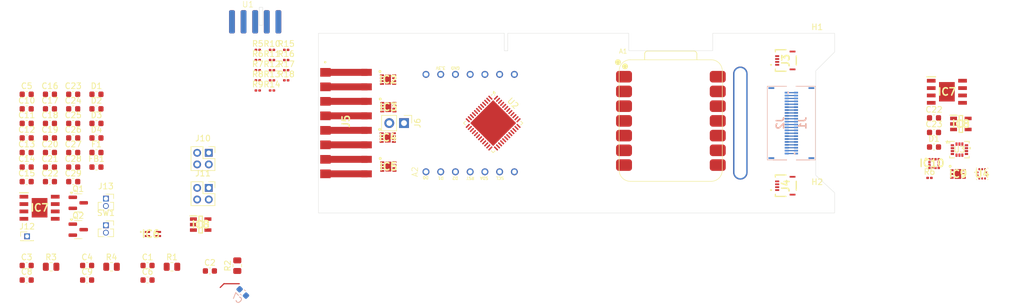
<source format=kicad_pcb>
(kicad_pcb (version 20240108) (generator "pcbnew") (generator_version "8.0")
  (layers (0 "F.Cu" signal) (1 "In1.Cu" power "Ground.Cu") (2 "In2.Cu" power "Power.Cu") (31 "B.Cu" signal) (34 "B.Paste" user) (35 "F.Paste" user) (36 "B.SilkS" user "B.Silkscreen") (37 "F.SilkS" user "F.Silkscreen") (38 "B.Mask" user) (39 "F.Mask" user) (44 "Edge.Cuts" user))
  (net 0 "")
  (net 1 "MODE_SEL_SWITCH")
  (net 2 "MODE_SEL_DIAL2")
  (net 3 "Net-(A1-D6{slash}TX)")
  (net 5 "ESP32_DEBUG_LED1")
  (net 6 "GROVE_RST")
  (net 7 "Net-(A1-D7{slash}RX{slash}SS)")
  (net 8 "STM32_NRST")
  (net 9 "MODE_SEL_DIAL1")
  (net 10 "/HSE_IN")
  (net 12 "Net-(C26-Pad2)")
  (net 13 "Net-(J1-Pad17)")
  (net 14 "Net-(J1-Pad13)")
  (net 15 "Net-(J1-Pad12)")
  (net 16 "Net-(J1-Pad19)")
  (net 17 "Net-(J1-Pad2)")
  (net 18 "Net-(J1-Pad15)")
  (net 19 "Net-(J1-Pad3)")
  (net 20 "Net-(J1-Pad10)")
  (net 21 "Net-(J1-Pad7)")
  (net 22 "Net-(J1-Pad8)")
  (net 23 "Net-(J1-Pad21)")
  (net 24 "Net-(J1-Pad11)")
  (net 25 "Net-(J1-Pad6)")
  (net 26 "Net-(J1-Pad1)")
  (net 27 "Net-(J1-Pad22)")
  (net 28 "Net-(J1-Pad9)")
  (net 29 "Net-(J1-Pad5)")
  (net 30 "Net-(J1-Pad14)")
  (net 31 "GND")
  (net 32 "Net-(J1-Pad18)")
  (net 33 "Net-(J1-Pad20)")
  (net 34 "Net-(J1-Pad16)")
  (net 35 "Net-(J1-Pad4)")
  (net 37 "Net-(IC7-OUT_1)")
  (net 39 "Net-(IC9-CP+)")
  (net 40 "+5V")
  (net 41 "Net-(IC9-CP-)")
  (net 43 "Net-(IC10-SDA{slash}SDI{slash}SDO)")
  (net 44 "Net-(IC10-SCL{slash}SPC)")
  (net 47 "Net-(IC10-C1)")
  (net 51 "+3.3V")
  (net 52 "LIGHT")
  (net 53 "XSHUT")
  (net 54 "GPIO1")
  (net 55 "+BATT")
  (net 56 "/Motor driver0/OUT1")
  (net 57 "/Motor driver0/OUT2")
  (net 58 "/Motor driver1/OUT2")
  (net 59 "/Motor driver1/OUT1")
  (net 60 "/Motor driver2/OUT1")
  (net 61 "/Motor driver2/OUT2")
  (net 62 "/Motor driver3/OUT2")
  (net 63 "/Motor driver3/OUT1")
  (net 65 "Net-(S1-ChannelB)")
  (net 66 "IMU_INT")
  (net 67 "+1V8")
  (net 68 "Net-(IC1-REGOUT)")
  (net 70 "JTRST")
  (net 71 "RX")
  (net 72 "JTDI")
  (net 73 "JTDO")
  (net 74 "JTCK")
  (net 75 "JTMS")
  (net 76 "TX")
  (net 78 "SCL4")
  (net 79 "SDA4")
  (net 80 "SDA2")
  (net 81 "SCL2")
  (net 82 "MOTOR0_GAINSEL")
  (net 83 "MOTOR0_PWM")
  (net 84 "MOTOR0_IN")
  (net 85 "MOTOR0_IPROPI")
  (net 86 "MOTOR1_IPROPI")
  (net 87 "MOTOR1_GAINSEL")
  (net 88 "MOTOR1_PWM")
  (net 89 "MOTOR2_PWM")
  (net 90 "MOTOR2_IPROPI")
  (net 91 "MOTOR2_IN")
  (net 92 "MOTOR2_GAINSEL")
  (net 93 "MOTOR3_PWM")
  (net 94 "MOTOR3_IN")
  (net 95 "MOTOR3_GAINSEL")
  (net 96 "MOTOR3_IPROPI")
  (net 97 "Net-(S1-ChannelA)")
  (net 98 "Net-(D1-K)")
  (net 99 "Net-(D2-A)")
  (net 100 "Net-(D3-A)")
  (net 102 "Net-(D4-A)")
  (net 103 "/BOOT0_STM")
  (net 104 "Net-(J6-Pin_1)")
  (net 105 "GROVE_DEBUG_LED1")
  (net 106 "OPT_FLOW_TX")
  (net 107 "OPT_FLOW_RX")
  (net 108 "/UNUSED ADC")
  (net 109 "Net-(J13-Pin_2)")
  (net 110 "+3.3VA")
  (net 111 "Net-(SW1-B)")
  (net 112 "STM32_DEBUG_LED1")
  (net 113 "/BATT_ADC")
  (net 114 "MOTOR1_IN")
  (net 115 "/HSE_OUT")
  (net 116 "INV_POWER_SHUTOFF")
  (net 117 "FAN")
  (net 118 "BATT_TEMP")
  (net 119 "LIGHT_COMMS")
  (footprint "Capacitor_SMD:C_0603_1608Metric" (layer "F.Cu") (at 202.145 94.605)
    (property "Reference" "C22")
    (property "Value" "10μF")
  )
  (footprint "Capacitor_SMD:C_0603_1608Metric" (layer "F.Cu") (at 57.715 103.085)
    (property "Reference" "FB1")
    (property "Value" "FerriteBead")
  )
  (footprint "Capacitor_SMD:C_0603_1608Metric" (layer "F.Cu") (at 45.685 98.065)
    (property "Reference" "C12")
    (property "Value" "0.1μF")
  )
  (footprint "MountingHole:MountingHole_2.2mm_M2" (layer "F.Cu") (at 182 82.142)
    (property "Reference" "H1")
    (property "Value" "MountingHole")
  )
  (footprint "Capacitor_SMD:C_0603_1608Metric" (layer "F.Cu") (at 53.705 100.575)
    (property "Reference" "C27")
    (property "Value" "0.1μF")
  )
  (footprint "Resistor_SMD:R_0201_0603Metric" (layer "F.Cu") (at 87.985 86.375)
    (property "Reference" "R12")
    (property "Value" "10k")
  )
  (footprint "SamacSys_Parts:LGA-14L_2P5X3X0P86_STM" (layer "F.Cu") (at 206.5296 100.0756)
    (property "Reference" "U3")
    (property "Value" "LSM6DSOTR: Acc+Gyro+Temp")
  )
  (footprint "Resistor_SMD:R_0805_2012Metric" (layer "F.Cu") (at 82 120.0875 90)
    (property "Reference" "R2")
    (property "Value" "8.45k")
  )
  (footprint "Capacitor_SMD:C_0603_1608Metric" (layer "F.Cu") (at 45.685 95.555)
    (property "Reference" "C11")
    (property "Value" "2.2μF")
  )
  (footprint "Capacitor_SMD:C_0603_1608Metric" (layer "F.Cu") (at 56.105 122.565)
    (property "Reference" "C9")
    (property "Value" "47μF")
  )
  (footprint "SamacSys_Parts:SOIC127P600X150-9N" (layer "F.Cu") (at 47.905 110.1)
    (property "Reference" "IC7")
    (property "Value" "AP7362-33SP-13" (hide yes))
  )
  (footprint "SamacSys_Parts:SOT95P280X145-5N" (layer "F.Cu") (at 75.685 113)
    (property "Reference" "IC8")
    (property "Value" "TPS76918DBVR" (hide yes))
  )
  (footprint "MountingEquipment:slot" (layer "F.Cu") (at 168.75 95.5)
    (property "Reference" "H3" (hide yes))
    (property "Value" "22pin->15pin Adapter Slot")
  )
  (footprint "Capacitor_SMD:C_0603_1608Metric" (layer "F.Cu") (at 57.715 95.555)
    (property "Reference" "D3")
    (property "Value" "LED")
  )
  (footprint "SamacSys_Parts:VEML6040A3OG" (layer "F.Cu") (at 68.36 114.625)
    (property "Reference" "IC6")
    (property "Value" "VEML6040A3OG" (hide yes))
  )
  (footprint "SamacSys_Parts:009276008021106" (layer "F.Cu") (at 100.75 95.5 -90)
    (property "Reference" "J5")
    (property "Value" "Push-in Terminals" (hide yes))
  )
  (footprint "Capacitor_SMD:C_0603_1608Metric" (layer "F.Cu") (at 53.705 98.065)
    (property "Reference" "C26")
    (property "Value" "??μF")
  )
  (footprint "SamacSys_Parts:SOIC127P600X150-9N" (layer "F.Cu") (at 204.365 90.1)
    (property "Reference" "IC7")
    (property "Value" "AP7362-33SP-13: Batt->3.3V" (hide yes))
  )
  (footprint "Resistor_SMD:R_0201_0603Metric" (layer "F.Cu") (at 201.365 104.955)
    (property "Reference" "R6")
    (property "Value" "R")
  )
  (footprint "Resistor_SMD:R_0201_0603Metric" (layer "F.Cu") (at 85.535 89.875)
    (property "Reference" "R9")
    (property "Value" "R")
  )
  (footprint "Resistor_SMD:R_0201_0603Metric" (layer "F.Cu") (at 87.985 84.625)
    (property "Reference" "R11")
    (property "Value" "R")
  )
  (footprint "Connector_PinSocket_2.00mm:PinSocket_2x02_P2.00mm_Vertical" (layer "F.Cu") (at 77.085 106.675)
    (property "Reference" "J11")
    (property "Value" "LCD Screen")
  )
  (footprint "Capacitor_SMD:C_0603_1608Metric" (layer "F.Cu") (at 45.685 90.535)
    (property "Reference" "C5")
    (property "Value" "0.1μF")
  )
  (footprint "Resistor_SMD:R_0201_0603Metric" (layer "F.Cu") (at 90.435 88.125)
    (property "Reference" "R18")
    (property "Value" "???")
  )
  (footprint "SamacSys_Parts:SON50P200X200X80-9N" (layer "F.Cu") (at 108.05 103)
    (property "Reference" "IC5")
    (property "Value" "DRV8213DSGR" (hide yes))
  )
  (footprint "Resistor_SMD:R_0201_0603Metric" (layer "F.Cu") (at 87.985 88.125)
    (property "Reference" "R13")
    (property "Value" "20k")
  )
  (footprint "Capacitor_SMD:C_0603_1608Metric" (layer "F.Cu") (at 49.695 95.555)
    (property "Reference" "C18")
    (property "Value" "1μF")
  )
  (footprint "Capacitor_SMD:C_0603_1608Metric" (layer "F.Cu") (at 45.685 122.565)
    (property "Reference" "C8")
    (property "Value" "47μF")
  )
  (footprint "Resistor_SMD:R_0201_0603Metric" (layer "F.Cu") (at 85.535 82.875)
    (property "Reference" "R5")
    (property "Value" "10k")
  )
  (footprint "Capacitor_SMD:C_0603_1608Metric" (layer "F.Cu") (at 45.685 105.595)
    (property "Reference" "C15")
    (property "Value" "0.1μF")
  )
  (footprint "Capacitor_SMD:C_0603_1608Metric" (layer "F.Cu") (at 57.715 90.535)
    (property "Reference" "D1")
    (property "Value" "LED")
  )
  (footprint "Capacitor_SMD:C_0603_1608Metric" (layer "F.Cu") (at 202.145 97.115)
    (property "Reference" "C23")
    (property "Value" "10μF")
  )
  (footprint "Capacitor_SMD:C_0603_1608Metric" (layer "F.Cu") (at 66.525 120.055)
    (property "Reference" "C1")
    (property "Value" "0.1μF")
  )
  (footprint "SamacSys_Parts:SON50P200X200X80-9N" (layer "F.Cu") (at 108 88)
    (property "Reference" "IC2")
    (property "Value" "DRV8213DSGR" (hide yes))
  )
  (footprint "Connector_PinHeader_1.27mm:PinHeader_1x01_P1.27mm_Vertical" (layer "F.Cu") (at 45.755 115.025)
    (property "Reference" "J12")
    (property "Value" "Conn_01x01")
  )
  (footprint "Capacitor_SMD:C_0603_1608Metric" (layer "F.Cu") (at 49.695 100.575)
    (property "Reference" "C20")
    (property "Value" "1μF")
  )
  (footprint "Capacitor_SMD:C_0603_1608Metric" (layer "F.Cu") (at 53.705 95.555)
    (property "Reference" "C25")
    (property "Value" "1μF")
  )
  (footprint "Connector_PinHeader_2.54mm:PinHeader_1x02_P2.54mm_Vertical" (layer "F.Cu") (at 110.75 95.5 -90)
    (property "Reference" "J6")
    (property "Value" "LiHV (3.8V)")
  )
  (footprint "Resistor_SMD:R_0201_0603Metric" (layer "F.Cu") (at 87.985 89.875)
    (property "Reference" "R14")
    (property "Value" "10k")
  )
  (footprint "Connector_PinSocket_1.27mm:PinSocket_1x02_P1.27mm_Vertical" (layer "F.Cu") (at 59.345 108.525)
    (property "Reference" "J13")
    (property "Value" "Fan")
  )
  (footprint "SamacSys_Parts:LPS22HHTR" (layer "F.Cu") (at 210.45 104.25)
    (property "Reference" "U4")
    (property "Value" "ILPS22QS: Air Pressure+Temp" (hide yes))
  )
  (footprint "Resistor_SMD:R_0805_2012Metric" (layer "F.Cu") (at 70.735 120.275)
    (property "Reference" "R1")
    (property "Value" "8.45k")
  )
  (footprint "Resistor_SMD:R_0201_0603Metric" (layer "F.Cu") (at 85.535 86.375)
    (property "Reference" "R7")
    (property "Value" "2.2k")
  )
  (footprint "Capacitor_SMD:C_0603_1608Metric" (layer "F.Cu") (at 49.695 98.065)
    (property "Reference" "C19")
    (property "Value" "10nF")
  )
  (footprint "Capacitor_SMD:C_0603_1608Metric" (layer "F.Cu") (at 49.695 103.085)
    (property "Reference" "C21")
    (property "Value" "0.1μF")
  )
  (footprint "Capacitor_SMD:C_0603_1608Metric" (layer "F.Cu") (at 66.525 122.565)
    (property "Reference" "C6")
    (property "Value" "47μF")
  )
  (footprint "SamacSys_Parts:SON50P200X200X80-9N" (layer "F.Cu") (at 108.05 92.75)
    (property "Reference" "IC3")
    (property "Value" "DRV8213DSGR" (hide yes))
  )
  (footprint "Resistor_SMD:R_0805_2012Metric" (layer "F.Cu") (at 60.315 120.275)
    (property "Reference" "R4")
    (property "Value" "8.45k")
  )
  (footprint "Capacitor_SMD:C_0603_1608Metric" (layer "F.Cu") (at 45.685 93.045)
    (property "Reference" "C10")
    (property "Value" "1μF")
  )
  (footprint "Capacitor_SMD:C_0603_1608Metric" (layer "F.Cu") (at 45.685 120.055)
    (property "Reference" "C3")
    (property "Value" "0.1μF")
  )
  (footprint "Resistor_SMD:R_0201_0603Metric" (layer "F.Cu") (at 87.985 82.875)
    (property "Reference" "R10")
    (property "Value" "R")
  )
  (footprint "Connector_PinSocket_2.00mm:PinSocket_2x02_P2.00mm_Vertical" (layer "F.Cu") (at 77.085 100.625)
    (property "Reference" "J10")
    (property "Value" "UART Comms")
  )
  (footprint "board_board_connection:Grove conn" (layer "F.Cu") (at 114.5 95.5 90)
    (property "Reference" "A2")
    (property "Value" "Grove AI Vision Module V2" (hide yes))
  )
  (footprint "SamacSys_Parts:SON65P200X200X80-7N" (layer "F.Cu") (at 206.275 104.275)
    (property "Reference" "IC9")
    (property "Value" "TPS60150DRVR: 3.3V->5V" (hide yes))
  )
  (footprint "Capacitor_SMD:C_0603_1608Metric" (layer "F.Cu") (at 53.705 103.085)
    (property "Reference" "C28")
    (property "Value" "22nF")
  )
  (footprint "Capacitor_SMD:C_0603_1608Metric" (layer "F.Cu") (at 57.715 100.575)
    (property "Reference" "F1")
    (property "Value" "Fuse")
  )
  (footprint "Capacitor_SMD:C_0603_1608Metric" (layer "F.Cu") (at 53.705 90.535)
    (property "Reference" "C23")
    (property "Value" "10μF")
  )
  (footprint "Capacitor_SMD:C_0603_1608Metric" (layer "F.Cu") (at 77.275001 121)
    (property "Reference" "C2")
    (property "Value" "0.1μF")
  )
  (footprint "Capacitor_SMD:C_0603_1608Metric" (layer "F.Cu") (at 56.105 120.055)
    (property "Reference" "C4")
    (property "Value" "0.1μF")
  )
  (footprint "Resistor_SMD:R_0201_0603Metric" (layer "F.Cu") (at 90.435 86.375)
    (property "Reference" "R17")
    (property "Value" "10k")
  )
  (footprint "Capacitor_SMD:C_0603_1608Metric" (layer "F.Cu") (at 53.705 93.045)
    (property "Reference" "C24")
    (property "Value" "??μF")
  )
  (footprint "Capacitor_SMD:C_0603_1608Metric" (layer "F.Cu") (at 45.685 103.085)
    (property "Reference" "C14")
    (property "Value" "0.1μF")
  )
  (footprint "Resistor_SMD:R_0201_0603Metric" (layer "F.Cu") (at 90.435 84.625)
    (property "Reference" "R16")
    (property "Value" "10k")
  )
  (footprint "Package_TO_SOT_SMD:SOT-23" (layer "F.Cu") (at 54.575 109.25)
    (property "Reference" "Q1")
    (property "Value" "BSS138")
  )
  (footprint "Connector_PinSocket_1.27mm:PinSocket_1x02_P1.27mm_Vertical" (layer "F.Cu") (at 59.345 113.125)
    (property "Reference" "SW1")
    (property "Value" "SW_SPDT")
  )
  (footprint "edge connector:STLINK-V3MINIE conn" (layer "F.Cu") (at 85.085 78.035)
    (property "Reference" "U1")
    (property "Value" "STLINK-V3MINIE Edge Connector")
    (fp_rect (start 0.7 -2.5) (end 1.3 0.6) (stroke (width 0.05)) (fill none) (layer "Edge.Cuts"))
  )
  (footprint "SamacSys_Parts:5034800440" (layer "F.Cu") (at 176.6 106.3 90)
    (property "Reference" "J4")
    (property "Value" "503480-0440" (hide yes))
  )
  (footprint "Capacitor_SMD:C_0603_1608Metric" (layer "F.Cu") (at 57.715 93.045)
    (property "Reference" "D2")
    (property "Value" "LED")
  )
  (footprint "Resistor_SMD:R_0201_0603Metric" (layer "F.Cu") (at 90.435 82.875)
    (property "Reference" "R15")
    (property "Value" "10k")
  )
  (footprint "Resistor_SMD:R_0201_0603Metric" (layer "F.Cu") (at 85.535 84.625)
    (property "Reference" "R6")
    (property "Value" "R")
  )
  (footprint "SamacSys_Parts:SON50P200X200X80-9N" (layer "F.Cu") (at 107.95 98)
    (property "Reference" "IC4")
    (property "Value" "DRV8213DSGR" (hide yes))
  )
  (footprint "Capacitor_SMD:C_0603_1608Metric" (layer "F.Cu") (at 49.695 105.595)
    (property "Reference" "C22")
    (property "Value" "10μF")
  )
  (footprint "Resistor_SMD:R_0805_2012Metric" (layer "F.Cu") (at 49.895 120.275)
    (property "Reference" "R3")
    (property "Value" "8.45k")
  )
  (footprint "Capacitor_SMD:C_0603_1608Metric" (layer "F.Cu") (at 57.715 98.065)
    (property "Reference" "D4")
    (property "Value" "LED")
  )
  (footprint "Capacitor_SMD:C_0603_1608Metric" (layer "F.Cu") (at 45.685 100.575)
    (property "Reference" "C13")
    (property "Value" "10μF")
  )
  (footprint "SamacSys_Parts:LGA-12" (layer "F.Cu") (at 202.16 102.48)
    (property "Reference" "IC10")
    (property "Value" "LIS2MDLTR: Magnetometer" (hide yes))
  )
  (footprint "SamacSys_Parts:SOT95P280X145-5N" (layer "F.Cu") (at 206.775 95.65)
    (property "Reference" "IC8")
    (property "Value" "TPS76918DBVR: 3.3V->1.8V" (hide yes))
  )
  (footprint "MountingHole:MountingHole_2.2mm_M2" (layer "F.Cu") (at 182 108.858)
    (property "Reference" "H2")
    (property "Value" "MountingHole")
  )
  (footprint "Capacitor_SMD:C_0603_1608Metric" (layer "F.Cu") (at 49.695 90.535)
    (property "Reference" "C16")
    (property "Value" "0.1μF")
  )
  (footprint "Capacitor_SMD:C_0603_1608Metric" (layer "F.Cu") (at 53.705 105.595)
    (property "Reference" "C29")
    (property "Value" "22nF")
  )
  (footprint "SamacSys_Parts:5034800440" (layer "F.Cu") (at 176.6 84.7 90)
    (property "Reference" "J3")
    (property "Value" "503480-0440" (hide yes))
  )
  (footprint "board_board_connection:XIAO ESP32S3 SMD" (layer "F.Cu") (at 156.75 95.073)
    (property "Reference" "A1")
    (property "Value" "XIAO ESP32S3")
  )
  (footprint "Capacitor_SMD:C_0603_1608Metric" (layer "F.Cu") (at 202.145 99.625)
    (property "Reference" "D1")
    (property "Value" "LED")
  )
  (footprint "Resistor_SMD:R_0201_0603Metric" (layer "F.Cu") (at 85.535 88.125)
    (property "Reference" "R8")
    (property "Value" "2.2k")
  )
  (footprint "Package_DFN_QFN:QFN-48-1EP_7x7mm_P0.5mm_EP5.6x5.6mm" (layer "F.Cu") (at 126.124777 95.5 -45)
    (property "Reference" "U2")
    (property "Value" "STM32G473CBU6")
  )
  (footprint "Capacitor_SMD:C_0603_1608Metric" (layer "F.Cu") (at 49.695 93.045)
    (property "Reference" "C17")
    (property "Value" "0.1μF")
  )
  (footprint "Package_TO_SOT_SMD:SOT-23" (layer "F.Cu") (at 54.575 113.875)
    (property "Reference" "Q2")
    (property "Value" "BSS138")
  )
  (footprint "SamacSys_Parts:5034802200" (layer "B.Cu") (at 177.000001 95.5 90)
    (property "Reference" "J2")
    (property "Value" "503480-2200" (hide yes))
  )
  (footprint "Capacitor_SMD:C_0603_1608Metric" (layer "B.Cu") (at 82.951992 124.701992 -45)
    (property "Reference" "C7")
    (property "Value" "47μF")
  )
  (footprint "SamacSys_Parts:5034802200" (layer "B.Cu") (at 178.100001 95.499998 -90)
    (property "Reference" "J1")
    (property "Value" "503480-2200" (hide yes))
  )
  (gr_poly (pts (xy 96 80) (xy 128.05 80) (xy 128.05 83.05) (xy 128.65 83.05) (xy 128.65 80) (xy 149.5 80) (xy 149.5 83) (xy 164 83) (xy 164 80) (xy 185 80) (xy 185 83.25) (xy 181.75 86.5) (xy 181.75 104.5) (xy 185 107.5) (xy 185 111) (xy 96 111)) (stroke (width 0.05)) (fill none) (layer "Edge.Cuts"))
  (segment (start 178.349998 98.25) (end 178.35 98.249998) (width 0.2) (layer "B.Cu") (net 13))
  (segment (start 176.750001 98.25) (end 178.349998 98.25) (width 0.2) (layer "B.Cu") (net 13))
  (segment (start 178.349991 96.25) (end 178.349997 96.249994) (width 0.2) (layer "B.Cu") (net 14))
  (segment (start 176.75 96.25) (end 178.349991 96.25) (width 0.2) (layer "B.Cu") (net 14))
  (segment (start 176.750003 95.75) (end 178.349997 95.75) (width 0.2) (layer "B.Cu") (net 15))
  (segment (start 178.349997 95.75) (end 178.349999 95.749998) (width 0.2) (layer "B.Cu") (net 15))
  (segment (start 178.35 99.249999) (end 178.350002 99.249997) (width 0.2) (layer "B.Cu") (net 16))
  (segment (start 176.750001 99.249999) (end 178.35 99.249999) (width 0.2) (layer "B.Cu") (net 16))
  (segment (start 176.750002 90.75) (end 178.349998 90.75) (width 0.2) (layer "B.Cu") (net 17))
  (segment (start 178.349998 90.75) (end 178.35 90.749998) (width 0.2) (layer "B.Cu") (net 17))
  (segment (start 178.349999 97.25) (end 178.350001 97.249998) (width 0.2) (layer "B.Cu") (net 18))
  (segment (start 176.750001 97.25) (end 178.349999 97.25) (width 0.2) (layer "B.Cu") (net 18))
  (segment (start 176.749999 91.25) (end 178.349997 91.25) (width 0.2) (layer "B.Cu") (net 19))
  (segment (start 178.349998 94.75) (end 178.350002 94.750004) (width 0.2) (layer "B.Cu") (net 20))
  (segment (start 176.750002 94.75) (end 178.349998 94.75) (width 0.2) (layer "B.Cu") (net 20))
  (segment (start 176.75 93.25) (end 178.349998 93.25) (width 0.2) (layer "B.Cu") (net 21))
  (segment (start 178.349998 93.25) (end 178.350001 93.249997) (width 0.2) (layer "B.Cu") (net 21))
  (segment (start 176.750001 93.75) (end 178.349999 93.75) (width 0.2) (layer "B.Cu") (net 22))
  (segment (start 178.349999 93.75) (end 178.350001 93.749998) (width 0.2) (layer "B.Cu") (net 22))
  (segment (start 178.349997 100.250001) (end 178.35 100.249998) (width 0.2) (layer "B.Cu") (net 23))
  (segment (start 176.750001 100.250001) (end 178.349997 100.250001) (width 0.2) (layer "B.Cu") (net 23))
  (segment (start 178.349999 95.250002) (end 178.350001 95.25) (width 0.2) (layer "B.Cu") (net 24))
  (segment (start 176.750001 95.250002) (end 178.349999 95.250002) (width 0.2) (layer "B.Cu") (net 24))
  (segment (start 178.349999 92.75) (end 178.350001 92.749998) (width 0.2) (layer "B.Cu") (net 25))
  (segment (start 176.750002 92.75) (end 178.349999 92.75) (width 0.2) (layer "B.Cu") (net 25))
  (segment (start 176.750001 90.250001) (end 178.35 90.25) (width 0.2) (layer "B.Cu") (net 26))
  (segment (start 176.750003 100.75) (end 178.349996 100.75) (width 0.2) (layer "B.Cu") (net 27))
  (segment (start 178.349996 100.75) (end 178.35 100.749996) (width 0.2) (layer "B.Cu") (net 27))
  (segment (start 178.349993 94.25) (end 178.349995 94.250002) (width 0.2) (layer "B.Cu") (net 28))
  (segment (start 176.75 94.25) (end 178.349993 94.25) (width 0.2) (layer "B.Cu") (net 28))
  (segment (start 176.75 92.25) (end 178.35 92.249999) (width 0.2) (layer "B.Cu") (net 29))
  (segment (start 178.349997 96.75) (end 178.350005 96.749992) (width 0.2) (layer "B.Cu") (net 30))
  (segment (start 176.750002 96.75) (end 178.349997 96.75) (width 0.2) (layer "B.Cu") (net 30))
  (segment (start 176.750002 98.749999) (end 178.350003 98.749998) (width 0.2) (layer "B.Cu") (net 32))
  (segment (start 178.349999 99.75) (end 178.350003 99.749996) (width 0.2) (layer "B.Cu") (net 33))
  (segment (start 176.750002 99.75) (end 178.349999 99.75) (width 0.2) (layer "B.Cu") (net 33))
  (segment (start 176.750002 97.75) (end 178.349998 97.75) (width 0.2) (layer "B.Cu") (net 34))
  (segment (start 178.349998 97.75) (end 178.350002 97.749996) (width 0.2) (layer "B.Cu") (net 34))
  (segment (start 178.349998 91.749999) (end 178.35 91.750001) (width 0.2) (layer "B.Cu") (net 35))
  (segment (start 176.750001 91.749999) (end 178.349998 91.749999) (width 0.2) (layer "B.Cu") (net 35))
  (segment (start 97.199999 86.749998) (end 97.799998 86.749998) (width 1.2) (layer "F.Cu") (net 56))
  (segment (start 104.299998 86.749998) (end 104.300001 86.750001) (width 0.2) (layer "F.Cu") (net 56))
  (segment (start 97.199999 86.749998) (end 104.299998 86.749998) (width 1.2) (layer "F.Cu") (net 56))
  (segment (start 104.3 89.25) (end 97.2 89.25) (width 1.2) (layer "F.Cu") (net 57))
  (segment (start 97.200005 94.250003) (end 97.200002 94.25) (width 0.2) (layer "F.Cu") (net 58))
  (segment (start 104.299998 94.250003) (end 97.200005 94.250003) (width 1.2) (layer "F.Cu") (net 58))
  (segment (start 97.2 91.75) (end 104.3 91.75) (width 1.2) (layer "F.Cu") (net 59))
  (segment (start 104.299995 96.749997) (end 104.299998 96.75) (width 0.2) (layer "F.Cu") (net 60))
  (segment (start 97.200002 96.749997) (end 104.299995 96.749997) (width 1.2) (layer "F.Cu") (net 60))
  (segment (start 104.3 99.25) (end 97.2 99.25) (width 1.2) (layer "F.Cu") (net 61))
  (segment (start 104.299998 104.249999) (end 104.300001 104.250002) (width 0.2) (layer "F.Cu") (net 62))
  (segment (start 97.199999 104.249999) (end 104.299998 104.249999) (width 1.2) (layer "F.Cu") (net 62))
  (segment (start 104.3 101.75) (end 97.2 101.75) (width 1.2) (layer "F.Cu") (net 63))
  (segment (start 79.703502 123.2) (end 79.059752 123.84375) (width 0.2) (layer "F.Cu") (net 86))
  (segment (start 82.35 123.2) (end 79.703502 123.2) (width 0.2) (layer "F.Cu") (net 86))
)
</source>
